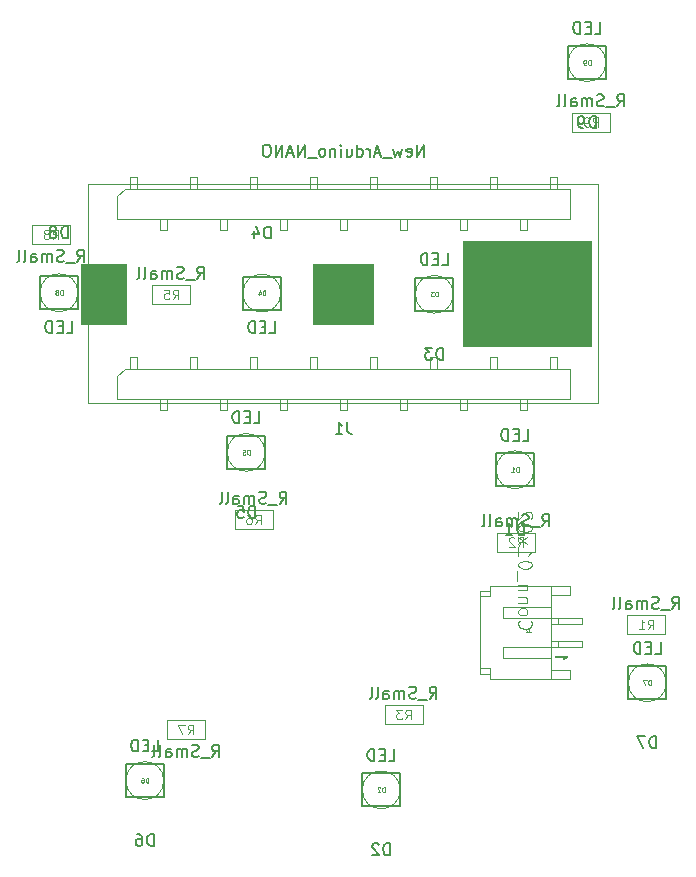
<source format=gbr>
G04 #@! TF.GenerationSoftware,KiCad,Pcbnew,5.1.5-52549c5~84~ubuntu18.04.1*
G04 #@! TF.CreationDate,2020-02-22T18:37:13-07:00*
G04 #@! TF.ProjectId,001,3030312e-6b69-4636-9164-5f7063625858,rev?*
G04 #@! TF.SameCoordinates,Original*
G04 #@! TF.FileFunction,Other,Fab,Bot*
%FSLAX46Y46*%
G04 Gerber Fmt 4.6, Leading zero omitted, Abs format (unit mm)*
G04 Created by KiCad (PCBNEW 5.1.5-52549c5~84~ubuntu18.04.1) date 2020-02-22 18:37:13*
%MOMM*%
%LPD*%
G04 APERTURE LIST*
%ADD10C,0.100000*%
%ADD11C,0.150000*%
%ADD12C,0.120000*%
%ADD13C,0.010000*%
%ADD14C,0.025000*%
%ADD15C,0.028956*%
%ADD16C,0.114000*%
G04 APERTURE END LIST*
D10*
X155168400Y-88468200D02*
G75*
G03X155168400Y-88468200I-1600000J0D01*
G01*
D11*
X151968200Y-87071200D02*
X155168200Y-87071200D01*
X155168200Y-89871200D02*
X155168200Y-87071200D01*
X151968200Y-89871200D02*
X151968200Y-87071200D01*
X151968200Y-89871200D02*
X155168200Y-89871200D01*
X140639800Y-116973000D02*
X143839800Y-116973000D01*
X140639800Y-116973000D02*
X140639800Y-114173000D01*
X143839800Y-116973000D02*
X143839800Y-114173000D01*
X140639800Y-114173000D02*
X143839800Y-114173000D01*
D10*
X143840000Y-115570000D02*
G75*
G03X143840000Y-115570000I-1600000J0D01*
G01*
X148335800Y-73609200D02*
G75*
G03X148335800Y-73609200I-1600000J0D01*
G01*
D11*
X145135600Y-72212200D02*
X148335600Y-72212200D01*
X148335600Y-75012200D02*
X148335600Y-72212200D01*
X145135600Y-75012200D02*
X145135600Y-72212200D01*
X145135600Y-75012200D02*
X148335600Y-75012200D01*
X133731000Y-72104600D02*
X130531000Y-72104600D01*
X133731000Y-72104600D02*
X133731000Y-74904600D01*
X130531000Y-72104600D02*
X130531000Y-74904600D01*
X133731000Y-74904600D02*
X130531000Y-74904600D01*
D10*
X133730800Y-73507600D02*
G75*
G03X133730800Y-73507600I-1600000J0D01*
G01*
X132410000Y-86995000D02*
G75*
G03X132410000Y-86995000I-1600000J0D01*
G01*
D11*
X129209800Y-85598000D02*
X132409800Y-85598000D01*
X132409800Y-88398000D02*
X132409800Y-85598000D01*
X129209800Y-88398000D02*
X129209800Y-85598000D01*
X129209800Y-88398000D02*
X132409800Y-88398000D01*
X120624600Y-116185600D02*
X123824600Y-116185600D01*
X120624600Y-116185600D02*
X120624600Y-113385600D01*
X123824600Y-116185600D02*
X123824600Y-113385600D01*
X120624600Y-113385600D02*
X123824600Y-113385600D01*
D10*
X123824800Y-114782600D02*
G75*
G03X123824800Y-114782600I-1600000J0D01*
G01*
D11*
X163169600Y-107905200D02*
X166369600Y-107905200D01*
X163169600Y-107905200D02*
X163169600Y-105105200D01*
X166369600Y-107905200D02*
X166369600Y-105105200D01*
X163169600Y-105105200D02*
X166369600Y-105105200D01*
D10*
X166369800Y-106502200D02*
G75*
G03X166369800Y-106502200I-1600000J0D01*
G01*
X116560400Y-73482200D02*
G75*
G03X116560400Y-73482200I-1600000J0D01*
G01*
D11*
X116560600Y-74879200D02*
X113360600Y-74879200D01*
X113360600Y-72079200D02*
X113360600Y-74879200D01*
X116560600Y-72079200D02*
X116560600Y-74879200D01*
X116560600Y-72079200D02*
X113360600Y-72079200D01*
X158064200Y-55403400D02*
X161264200Y-55403400D01*
X158064200Y-55403400D02*
X158064200Y-52603400D01*
X161264200Y-55403400D02*
X161264200Y-52603400D01*
X158064200Y-52603400D02*
X161264200Y-52603400D01*
D10*
X161264400Y-54000400D02*
G75*
G03X161264400Y-54000400I-1600000J0D01*
G01*
X166282500Y-100800000D02*
X163082500Y-100800000D01*
X166282500Y-102400000D02*
X166282500Y-100800000D01*
X163082500Y-102400000D02*
X166282500Y-102400000D01*
X163082500Y-100800000D02*
X163082500Y-102400000D01*
X155270000Y-93815000D02*
X152070000Y-93815000D01*
X155270000Y-95415000D02*
X155270000Y-93815000D01*
X152070000Y-95415000D02*
X155270000Y-95415000D01*
X152070000Y-93815000D02*
X152070000Y-95415000D01*
X142545000Y-108420000D02*
X142545000Y-110020000D01*
X142545000Y-110020000D02*
X145745000Y-110020000D01*
X145745000Y-110020000D02*
X145745000Y-108420000D01*
X145745000Y-108420000D02*
X142545000Y-108420000D01*
X153340000Y-74460000D02*
X156540000Y-74460000D01*
X153340000Y-72860000D02*
X153340000Y-74460000D01*
X156540000Y-72860000D02*
X153340000Y-72860000D01*
X156540000Y-74460000D02*
X156540000Y-72860000D01*
X122860000Y-72860000D02*
X122860000Y-74460000D01*
X122860000Y-74460000D02*
X126060000Y-74460000D01*
X126060000Y-74460000D02*
X126060000Y-72860000D01*
X126060000Y-72860000D02*
X122860000Y-72860000D01*
X133045000Y-91910000D02*
X129845000Y-91910000D01*
X133045000Y-93510000D02*
X133045000Y-91910000D01*
X129845000Y-93510000D02*
X133045000Y-93510000D01*
X129845000Y-91910000D02*
X129845000Y-93510000D01*
X127330000Y-111290000D02*
X127330000Y-109690000D01*
X127330000Y-109690000D02*
X124130000Y-109690000D01*
X124130000Y-109690000D02*
X124130000Y-111290000D01*
X124130000Y-111290000D02*
X127330000Y-111290000D01*
X112700000Y-69380000D02*
X115900000Y-69380000D01*
X112700000Y-67780000D02*
X112700000Y-69380000D01*
X115900000Y-67780000D02*
X112700000Y-67780000D01*
X115900000Y-69380000D02*
X115900000Y-67780000D01*
X158420000Y-58255000D02*
X158420000Y-59855000D01*
X158420000Y-59855000D02*
X161620000Y-59855000D01*
X161620000Y-59855000D02*
X161620000Y-58255000D01*
X161620000Y-58255000D02*
X158420000Y-58255000D01*
G36*
X159994600Y-69113400D02*
G01*
X149199600Y-69113400D01*
X149199600Y-78003400D01*
X159994600Y-78003400D01*
X159994600Y-69113400D01*
G37*
X159994600Y-69113400D02*
X149199600Y-69113400D01*
X149199600Y-78003400D01*
X159994600Y-78003400D01*
X159994600Y-69113400D01*
G36*
X141579600Y-71018400D02*
G01*
X136499600Y-71018400D01*
X136499600Y-76098400D01*
X141579600Y-76098400D01*
X141579600Y-71018400D01*
G37*
X141579600Y-71018400D02*
X136499600Y-71018400D01*
X136499600Y-76098400D01*
X141579600Y-76098400D01*
X141579600Y-71018400D01*
G36*
X120624600Y-71018400D02*
G01*
X116814600Y-71018400D01*
X116814600Y-76098400D01*
X120624600Y-76098400D01*
X120624600Y-71018400D01*
G37*
X120624600Y-71018400D02*
X116814600Y-71018400D01*
X116814600Y-76098400D01*
X120624600Y-76098400D01*
X120624600Y-71018400D01*
X119889600Y-65303400D02*
X119889600Y-67208400D01*
X119889600Y-67208400D02*
X158189600Y-67208400D01*
X158189600Y-67208400D02*
X158189600Y-64668400D01*
X158189600Y-64668400D02*
X120524600Y-64668400D01*
X120524600Y-64668400D02*
X119889600Y-65303400D01*
X120959600Y-63668400D02*
X120959600Y-64668400D01*
X121559600Y-64668400D02*
X121559600Y-63668400D01*
X121559600Y-63668400D02*
X120959600Y-63668400D01*
X123499600Y-67208400D02*
X123499600Y-68208400D01*
X123499600Y-68208400D02*
X124099600Y-68208400D01*
X124099600Y-68208400D02*
X124099600Y-67208400D01*
X126039600Y-63668400D02*
X126039600Y-64668400D01*
X126639600Y-64668400D02*
X126639600Y-63668400D01*
X126639600Y-63668400D02*
X126039600Y-63668400D01*
X128579600Y-67208400D02*
X128579600Y-68208400D01*
X128579600Y-68208400D02*
X129179600Y-68208400D01*
X129179600Y-68208400D02*
X129179600Y-67208400D01*
X131119600Y-63668400D02*
X131119600Y-64668400D01*
X131719600Y-64668400D02*
X131719600Y-63668400D01*
X131719600Y-63668400D02*
X131119600Y-63668400D01*
X133659600Y-67208400D02*
X133659600Y-68208400D01*
X133659600Y-68208400D02*
X134259600Y-68208400D01*
X134259600Y-68208400D02*
X134259600Y-67208400D01*
X136199600Y-63668400D02*
X136199600Y-64668400D01*
X136799600Y-64668400D02*
X136799600Y-63668400D01*
X136799600Y-63668400D02*
X136199600Y-63668400D01*
X138739600Y-67208400D02*
X138739600Y-68208400D01*
X138739600Y-68208400D02*
X139339600Y-68208400D01*
X139339600Y-68208400D02*
X139339600Y-67208400D01*
X141279600Y-63668400D02*
X141279600Y-64668400D01*
X141879600Y-64668400D02*
X141879600Y-63668400D01*
X141879600Y-63668400D02*
X141279600Y-63668400D01*
X143819600Y-67208400D02*
X143819600Y-68208400D01*
X143819600Y-68208400D02*
X144419600Y-68208400D01*
X144419600Y-68208400D02*
X144419600Y-67208400D01*
X146359600Y-63668400D02*
X146359600Y-64668400D01*
X146959600Y-64668400D02*
X146959600Y-63668400D01*
X146959600Y-63668400D02*
X146359600Y-63668400D01*
X148899600Y-67208400D02*
X148899600Y-68208400D01*
X148899600Y-68208400D02*
X149499600Y-68208400D01*
X149499600Y-68208400D02*
X149499600Y-67208400D01*
X151439600Y-63668400D02*
X151439600Y-64668400D01*
X152039600Y-64668400D02*
X152039600Y-63668400D01*
X152039600Y-63668400D02*
X151439600Y-63668400D01*
X153979600Y-67208400D02*
X153979600Y-68208400D01*
X153979600Y-68208400D02*
X154579600Y-68208400D01*
X154579600Y-68208400D02*
X154579600Y-67208400D01*
X156519600Y-63668400D02*
X156519600Y-64668400D01*
X157119600Y-64668400D02*
X157119600Y-63668400D01*
X157119600Y-63668400D02*
X156519600Y-63668400D01*
D12*
X117449600Y-64287400D02*
X117449600Y-82829400D01*
D10*
X158189600Y-82448400D02*
X158189600Y-79908400D01*
X123499600Y-83448400D02*
X124099600Y-83448400D01*
X131719600Y-79908400D02*
X131719600Y-78908400D01*
X151439600Y-78908400D02*
X151439600Y-79908400D01*
X138739600Y-83448400D02*
X139339600Y-83448400D01*
X121559600Y-78908400D02*
X120959600Y-78908400D01*
X126639600Y-78908400D02*
X126039600Y-78908400D01*
X119889600Y-82448400D02*
X158189600Y-82448400D01*
X128579600Y-83448400D02*
X129179600Y-83448400D01*
X152039600Y-78908400D02*
X151439600Y-78908400D01*
X153979600Y-82448400D02*
X153979600Y-83448400D01*
X134259600Y-83448400D02*
X134259600Y-82448400D01*
X123499600Y-82448400D02*
X123499600Y-83448400D01*
X121559600Y-79908400D02*
X121559600Y-78908400D01*
X143819600Y-83448400D02*
X144419600Y-83448400D01*
X120524600Y-79908400D02*
X119889600Y-80543400D01*
X129179600Y-83448400D02*
X129179600Y-82448400D01*
X141879600Y-79908400D02*
X141879600Y-78908400D01*
X141879600Y-78908400D02*
X141279600Y-78908400D01*
X144419600Y-83448400D02*
X144419600Y-82448400D01*
X126639600Y-79908400D02*
X126639600Y-78908400D01*
X158189600Y-79908400D02*
X120524600Y-79908400D01*
X141279600Y-78908400D02*
X141279600Y-79908400D01*
X156519600Y-78908400D02*
X156519600Y-79908400D01*
X157119600Y-79908400D02*
X157119600Y-78908400D01*
X148899600Y-82448400D02*
X148899600Y-83448400D01*
X148899600Y-83448400D02*
X149499600Y-83448400D01*
X139339600Y-83448400D02*
X139339600Y-82448400D01*
X136799600Y-78908400D02*
X136199600Y-78908400D01*
X157119600Y-78908400D02*
X156519600Y-78908400D01*
X136199600Y-78908400D02*
X136199600Y-79908400D01*
X119889600Y-80543400D02*
X119889600Y-82448400D01*
X146959600Y-79908400D02*
X146959600Y-78908400D01*
X120959600Y-78908400D02*
X120959600Y-79908400D01*
X136799600Y-79908400D02*
X136799600Y-78908400D01*
X152039600Y-79908400D02*
X152039600Y-78908400D01*
X128579600Y-82448400D02*
X128579600Y-83448400D01*
X146959600Y-78908400D02*
X146359600Y-78908400D01*
X133659600Y-82448400D02*
X133659600Y-83448400D01*
X126039600Y-78908400D02*
X126039600Y-79908400D01*
X153979600Y-83448400D02*
X154579600Y-83448400D01*
X154579600Y-83448400D02*
X154579600Y-82448400D01*
X143819600Y-82448400D02*
X143819600Y-83448400D01*
X149499600Y-83448400D02*
X149499600Y-82448400D01*
X133659600Y-83448400D02*
X134259600Y-83448400D01*
X138739600Y-82448400D02*
X138739600Y-83448400D01*
X131119600Y-78908400D02*
X131119600Y-79908400D01*
X131719600Y-78908400D02*
X131119600Y-78908400D01*
X124099600Y-83448400D02*
X124099600Y-82448400D01*
X146359600Y-78908400D02*
X146359600Y-79908400D01*
D12*
X160629600Y-64287400D02*
X117449600Y-64287400D01*
X160629600Y-82829400D02*
X117449600Y-82829400D01*
X160629600Y-64287400D02*
X160629600Y-82829400D01*
D13*
X152540000Y-100085000D02*
X156640000Y-100085000D01*
X156640000Y-100085000D02*
X156640000Y-100985000D01*
X156640000Y-100985000D02*
X152540000Y-100985000D01*
X152540000Y-100985000D02*
X152540000Y-100085000D01*
X152540000Y-103485000D02*
X156640000Y-103485000D01*
X156640000Y-103485000D02*
X156640000Y-104385000D01*
X156640000Y-104385000D02*
X152540000Y-104385000D01*
X152540000Y-104385000D02*
X152540000Y-103485000D01*
X156640000Y-100985000D02*
X159240000Y-100985000D01*
X159240000Y-100985000D02*
X159240000Y-101485000D01*
X159240000Y-101485000D02*
X156640000Y-101485000D01*
X156640000Y-101485000D02*
X156640000Y-100985000D01*
X156640000Y-100985000D02*
X157240000Y-100985000D01*
X157240000Y-100985000D02*
X157240000Y-101485000D01*
X157240000Y-101485000D02*
X156640000Y-101485000D01*
X156640000Y-101485000D02*
X156640000Y-100985000D01*
X156640000Y-102985000D02*
X159240000Y-102985000D01*
X159240000Y-102985000D02*
X159240000Y-103485000D01*
X159240000Y-103485000D02*
X156640000Y-103485000D01*
X156640000Y-103485000D02*
X156640000Y-102985000D01*
X156640000Y-102985000D02*
X157240000Y-102985000D01*
X157240000Y-102985000D02*
X157240000Y-103485000D01*
X157240000Y-103485000D02*
X156640000Y-103485000D01*
X156640000Y-103485000D02*
X156640000Y-102985000D01*
D14*
X150640000Y-98735000D02*
X151440000Y-98735000D01*
X151440000Y-98735000D02*
X151440000Y-99185000D01*
X151440000Y-99185000D02*
X150640000Y-99185000D01*
X150640000Y-99185000D02*
X150640000Y-98735000D01*
X150640000Y-105285000D02*
X151440000Y-105285000D01*
X151440000Y-105285000D02*
X151440000Y-105735000D01*
X151440000Y-105735000D02*
X150640000Y-105735000D01*
X150640000Y-105735000D02*
X150640000Y-105285000D01*
X151440000Y-98285000D02*
X151440000Y-98735000D01*
X151440000Y-98735000D02*
X150640000Y-98735000D01*
X150640000Y-98735000D02*
X150640000Y-105735000D01*
X150640000Y-105735000D02*
X151440000Y-105735000D01*
X151440000Y-105735000D02*
X151440000Y-106185000D01*
X151440000Y-106185000D02*
X158240000Y-106185000D01*
X158240000Y-106185000D02*
X158240000Y-105385000D01*
X158240000Y-105385000D02*
X156640000Y-105385000D01*
X156640000Y-105385000D02*
X156640000Y-99085000D01*
X156640000Y-99085000D02*
X158240000Y-99085000D01*
X158240000Y-99085000D02*
X158240000Y-98285000D01*
X158240000Y-98285000D02*
X151440000Y-98285000D01*
X151440000Y-98285000D02*
X151440000Y-98735000D01*
X151440000Y-98735000D02*
X150640000Y-98735000D01*
X150640000Y-98735000D02*
X150640000Y-105735000D01*
X150640000Y-105735000D02*
X151440000Y-105735000D01*
X151440000Y-105735000D02*
X151440000Y-106185000D01*
X151440000Y-106185000D02*
X156640000Y-106185000D01*
X156640000Y-106185000D02*
X156640000Y-98285000D01*
X156640000Y-98285000D02*
X151440000Y-98285000D01*
X156966000Y-104285000D02*
X156959000Y-104284000D01*
X156959000Y-104284000D02*
X156953000Y-104279000D01*
X156953000Y-104279000D02*
X156950000Y-104273000D01*
X156950000Y-104273000D02*
X156949000Y-104268000D01*
X156949000Y-104268000D02*
X156950000Y-104261000D01*
X156950000Y-104261000D02*
X156953000Y-104255000D01*
X156953000Y-104255000D02*
X156959000Y-104250000D01*
X156959000Y-104250000D02*
X156966000Y-104249000D01*
X156966000Y-104249000D02*
X157926000Y-104249000D01*
X157926000Y-104249000D02*
X157933000Y-104250000D01*
X157933000Y-104250000D02*
X157938000Y-104253000D01*
X157938000Y-104253000D02*
X157941000Y-104258000D01*
X157941000Y-104258000D02*
X157942000Y-104265000D01*
X157942000Y-104265000D02*
X157944000Y-104270000D01*
X157944000Y-104270000D02*
X157944000Y-104274000D01*
X157944000Y-104274000D02*
X157942000Y-104278000D01*
X157942000Y-104278000D02*
X157938000Y-104282000D01*
X157938000Y-104282000D02*
X157664000Y-104461000D01*
X157664000Y-104461000D02*
X157657000Y-104463000D01*
X157657000Y-104463000D02*
X157650000Y-104463000D01*
X157650000Y-104463000D02*
X157644000Y-104460000D01*
X157644000Y-104460000D02*
X157639000Y-104455000D01*
X157639000Y-104455000D02*
X157635000Y-104449000D01*
X157635000Y-104449000D02*
X157633000Y-104443000D01*
X157633000Y-104443000D02*
X157634000Y-104437000D01*
X157634000Y-104437000D02*
X157639000Y-104432000D01*
X157639000Y-104432000D02*
X157864000Y-104285000D01*
X157864000Y-104285000D02*
X156966000Y-104285000D01*
D11*
X154306495Y-94000580D02*
X154306495Y-93000580D01*
X154068400Y-93000580D01*
X153925542Y-93048200D01*
X153830304Y-93143438D01*
X153782685Y-93238676D01*
X153735066Y-93429152D01*
X153735066Y-93572009D01*
X153782685Y-93762485D01*
X153830304Y-93857723D01*
X153925542Y-93952961D01*
X154068400Y-94000580D01*
X154306495Y-94000580D01*
X152782685Y-94000580D02*
X153354114Y-94000580D01*
X153068400Y-94000580D02*
X153068400Y-93000580D01*
X153163638Y-93143438D01*
X153258876Y-93238676D01*
X153354114Y-93286295D01*
X154211257Y-85999580D02*
X154687447Y-85999580D01*
X154687447Y-84999580D01*
X153877923Y-85475771D02*
X153544590Y-85475771D01*
X153401733Y-85999580D02*
X153877923Y-85999580D01*
X153877923Y-84999580D01*
X153401733Y-84999580D01*
X152973161Y-85999580D02*
X152973161Y-84999580D01*
X152735066Y-84999580D01*
X152592209Y-85047200D01*
X152496971Y-85142438D01*
X152449352Y-85237676D01*
X152401733Y-85428152D01*
X152401733Y-85571009D01*
X152449352Y-85761485D01*
X152496971Y-85856723D01*
X152592209Y-85951961D01*
X152735066Y-85999580D01*
X152973161Y-85999580D01*
D10*
X153863638Y-88649152D02*
X153863638Y-88249152D01*
X153768400Y-88249152D01*
X153711257Y-88268200D01*
X153673161Y-88306295D01*
X153654114Y-88344390D01*
X153635066Y-88420580D01*
X153635066Y-88477723D01*
X153654114Y-88553914D01*
X153673161Y-88592009D01*
X153711257Y-88630104D01*
X153768400Y-88649152D01*
X153863638Y-88649152D01*
X153254114Y-88649152D02*
X153482685Y-88649152D01*
X153368400Y-88649152D02*
X153368400Y-88249152D01*
X153406495Y-88306295D01*
X153444590Y-88344390D01*
X153482685Y-88363438D01*
D11*
X142978095Y-121102380D02*
X142978095Y-120102380D01*
X142740000Y-120102380D01*
X142597142Y-120150000D01*
X142501904Y-120245238D01*
X142454285Y-120340476D01*
X142406666Y-120530952D01*
X142406666Y-120673809D01*
X142454285Y-120864285D01*
X142501904Y-120959523D01*
X142597142Y-121054761D01*
X142740000Y-121102380D01*
X142978095Y-121102380D01*
X142025714Y-120197619D02*
X141978095Y-120150000D01*
X141882857Y-120102380D01*
X141644761Y-120102380D01*
X141549523Y-120150000D01*
X141501904Y-120197619D01*
X141454285Y-120292857D01*
X141454285Y-120388095D01*
X141501904Y-120530952D01*
X142073333Y-121102380D01*
X141454285Y-121102380D01*
X142882857Y-113101380D02*
X143359047Y-113101380D01*
X143359047Y-112101380D01*
X142549523Y-112577571D02*
X142216190Y-112577571D01*
X142073333Y-113101380D02*
X142549523Y-113101380D01*
X142549523Y-112101380D01*
X142073333Y-112101380D01*
X141644761Y-113101380D02*
X141644761Y-112101380D01*
X141406666Y-112101380D01*
X141263809Y-112149000D01*
X141168571Y-112244238D01*
X141120952Y-112339476D01*
X141073333Y-112529952D01*
X141073333Y-112672809D01*
X141120952Y-112863285D01*
X141168571Y-112958523D01*
X141263809Y-113053761D01*
X141406666Y-113101380D01*
X141644761Y-113101380D01*
D10*
X142535238Y-115750952D02*
X142535238Y-115350952D01*
X142440000Y-115350952D01*
X142382857Y-115370000D01*
X142344761Y-115408095D01*
X142325714Y-115446190D01*
X142306666Y-115522380D01*
X142306666Y-115579523D01*
X142325714Y-115655714D01*
X142344761Y-115693809D01*
X142382857Y-115731904D01*
X142440000Y-115750952D01*
X142535238Y-115750952D01*
X142154285Y-115389047D02*
X142135238Y-115370000D01*
X142097142Y-115350952D01*
X142001904Y-115350952D01*
X141963809Y-115370000D01*
X141944761Y-115389047D01*
X141925714Y-115427142D01*
X141925714Y-115465238D01*
X141944761Y-115522380D01*
X142173333Y-115750952D01*
X141925714Y-115750952D01*
D11*
X147473895Y-79141580D02*
X147473895Y-78141580D01*
X147235800Y-78141580D01*
X147092942Y-78189200D01*
X146997704Y-78284438D01*
X146950085Y-78379676D01*
X146902466Y-78570152D01*
X146902466Y-78713009D01*
X146950085Y-78903485D01*
X146997704Y-78998723D01*
X147092942Y-79093961D01*
X147235800Y-79141580D01*
X147473895Y-79141580D01*
X146569133Y-78141580D02*
X145950085Y-78141580D01*
X146283419Y-78522533D01*
X146140561Y-78522533D01*
X146045323Y-78570152D01*
X145997704Y-78617771D01*
X145950085Y-78713009D01*
X145950085Y-78951104D01*
X145997704Y-79046342D01*
X146045323Y-79093961D01*
X146140561Y-79141580D01*
X146426276Y-79141580D01*
X146521514Y-79093961D01*
X146569133Y-79046342D01*
X147378657Y-71140580D02*
X147854847Y-71140580D01*
X147854847Y-70140580D01*
X147045323Y-70616771D02*
X146711990Y-70616771D01*
X146569133Y-71140580D02*
X147045323Y-71140580D01*
X147045323Y-70140580D01*
X146569133Y-70140580D01*
X146140561Y-71140580D02*
X146140561Y-70140580D01*
X145902466Y-70140580D01*
X145759609Y-70188200D01*
X145664371Y-70283438D01*
X145616752Y-70378676D01*
X145569133Y-70569152D01*
X145569133Y-70712009D01*
X145616752Y-70902485D01*
X145664371Y-70997723D01*
X145759609Y-71092961D01*
X145902466Y-71140580D01*
X146140561Y-71140580D01*
D10*
X147031038Y-73790152D02*
X147031038Y-73390152D01*
X146935800Y-73390152D01*
X146878657Y-73409200D01*
X146840561Y-73447295D01*
X146821514Y-73485390D01*
X146802466Y-73561580D01*
X146802466Y-73618723D01*
X146821514Y-73694914D01*
X146840561Y-73733009D01*
X146878657Y-73771104D01*
X146935800Y-73790152D01*
X147031038Y-73790152D01*
X146669133Y-73390152D02*
X146421514Y-73390152D01*
X146554847Y-73542533D01*
X146497704Y-73542533D01*
X146459609Y-73561580D01*
X146440561Y-73580628D01*
X146421514Y-73618723D01*
X146421514Y-73713961D01*
X146440561Y-73752057D01*
X146459609Y-73771104D01*
X146497704Y-73790152D01*
X146611990Y-73790152D01*
X146650085Y-73771104D01*
X146669133Y-73752057D01*
D11*
X132868895Y-68879980D02*
X132868895Y-67879980D01*
X132630800Y-67879980D01*
X132487942Y-67927600D01*
X132392704Y-68022838D01*
X132345085Y-68118076D01*
X132297466Y-68308552D01*
X132297466Y-68451409D01*
X132345085Y-68641885D01*
X132392704Y-68737123D01*
X132487942Y-68832361D01*
X132630800Y-68879980D01*
X132868895Y-68879980D01*
X131440323Y-68213314D02*
X131440323Y-68879980D01*
X131678419Y-67832361D02*
X131916514Y-68546647D01*
X131297466Y-68546647D01*
X132773657Y-76880980D02*
X133249847Y-76880980D01*
X133249847Y-75880980D01*
X132440323Y-76357171D02*
X132106990Y-76357171D01*
X131964133Y-76880980D02*
X132440323Y-76880980D01*
X132440323Y-75880980D01*
X131964133Y-75880980D01*
X131535561Y-76880980D02*
X131535561Y-75880980D01*
X131297466Y-75880980D01*
X131154609Y-75928600D01*
X131059371Y-76023838D01*
X131011752Y-76119076D01*
X130964133Y-76309552D01*
X130964133Y-76452409D01*
X131011752Y-76642885D01*
X131059371Y-76738123D01*
X131154609Y-76833361D01*
X131297466Y-76880980D01*
X131535561Y-76880980D01*
D10*
X132426038Y-73688552D02*
X132426038Y-73288552D01*
X132330800Y-73288552D01*
X132273657Y-73307600D01*
X132235561Y-73345695D01*
X132216514Y-73383790D01*
X132197466Y-73459980D01*
X132197466Y-73517123D01*
X132216514Y-73593314D01*
X132235561Y-73631409D01*
X132273657Y-73669504D01*
X132330800Y-73688552D01*
X132426038Y-73688552D01*
X131854609Y-73421885D02*
X131854609Y-73688552D01*
X131949847Y-73269504D02*
X132045085Y-73555219D01*
X131797466Y-73555219D01*
D11*
X131548095Y-92527380D02*
X131548095Y-91527380D01*
X131310000Y-91527380D01*
X131167142Y-91575000D01*
X131071904Y-91670238D01*
X131024285Y-91765476D01*
X130976666Y-91955952D01*
X130976666Y-92098809D01*
X131024285Y-92289285D01*
X131071904Y-92384523D01*
X131167142Y-92479761D01*
X131310000Y-92527380D01*
X131548095Y-92527380D01*
X130071904Y-91527380D02*
X130548095Y-91527380D01*
X130595714Y-92003571D01*
X130548095Y-91955952D01*
X130452857Y-91908333D01*
X130214761Y-91908333D01*
X130119523Y-91955952D01*
X130071904Y-92003571D01*
X130024285Y-92098809D01*
X130024285Y-92336904D01*
X130071904Y-92432142D01*
X130119523Y-92479761D01*
X130214761Y-92527380D01*
X130452857Y-92527380D01*
X130548095Y-92479761D01*
X130595714Y-92432142D01*
X131452857Y-84526380D02*
X131929047Y-84526380D01*
X131929047Y-83526380D01*
X131119523Y-84002571D02*
X130786190Y-84002571D01*
X130643333Y-84526380D02*
X131119523Y-84526380D01*
X131119523Y-83526380D01*
X130643333Y-83526380D01*
X130214761Y-84526380D02*
X130214761Y-83526380D01*
X129976666Y-83526380D01*
X129833809Y-83574000D01*
X129738571Y-83669238D01*
X129690952Y-83764476D01*
X129643333Y-83954952D01*
X129643333Y-84097809D01*
X129690952Y-84288285D01*
X129738571Y-84383523D01*
X129833809Y-84478761D01*
X129976666Y-84526380D01*
X130214761Y-84526380D01*
D10*
X131105238Y-87175952D02*
X131105238Y-86775952D01*
X131010000Y-86775952D01*
X130952857Y-86795000D01*
X130914761Y-86833095D01*
X130895714Y-86871190D01*
X130876666Y-86947380D01*
X130876666Y-87004523D01*
X130895714Y-87080714D01*
X130914761Y-87118809D01*
X130952857Y-87156904D01*
X131010000Y-87175952D01*
X131105238Y-87175952D01*
X130514761Y-86775952D02*
X130705238Y-86775952D01*
X130724285Y-86966428D01*
X130705238Y-86947380D01*
X130667142Y-86928333D01*
X130571904Y-86928333D01*
X130533809Y-86947380D01*
X130514761Y-86966428D01*
X130495714Y-87004523D01*
X130495714Y-87099761D01*
X130514761Y-87137857D01*
X130533809Y-87156904D01*
X130571904Y-87175952D01*
X130667142Y-87175952D01*
X130705238Y-87156904D01*
X130724285Y-87137857D01*
D11*
X122962895Y-120314980D02*
X122962895Y-119314980D01*
X122724800Y-119314980D01*
X122581942Y-119362600D01*
X122486704Y-119457838D01*
X122439085Y-119553076D01*
X122391466Y-119743552D01*
X122391466Y-119886409D01*
X122439085Y-120076885D01*
X122486704Y-120172123D01*
X122581942Y-120267361D01*
X122724800Y-120314980D01*
X122962895Y-120314980D01*
X121534323Y-119314980D02*
X121724800Y-119314980D01*
X121820038Y-119362600D01*
X121867657Y-119410219D01*
X121962895Y-119553076D01*
X122010514Y-119743552D01*
X122010514Y-120124504D01*
X121962895Y-120219742D01*
X121915276Y-120267361D01*
X121820038Y-120314980D01*
X121629561Y-120314980D01*
X121534323Y-120267361D01*
X121486704Y-120219742D01*
X121439085Y-120124504D01*
X121439085Y-119886409D01*
X121486704Y-119791171D01*
X121534323Y-119743552D01*
X121629561Y-119695933D01*
X121820038Y-119695933D01*
X121915276Y-119743552D01*
X121962895Y-119791171D01*
X122010514Y-119886409D01*
X122867657Y-112313980D02*
X123343847Y-112313980D01*
X123343847Y-111313980D01*
X122534323Y-111790171D02*
X122200990Y-111790171D01*
X122058133Y-112313980D02*
X122534323Y-112313980D01*
X122534323Y-111313980D01*
X122058133Y-111313980D01*
X121629561Y-112313980D02*
X121629561Y-111313980D01*
X121391466Y-111313980D01*
X121248609Y-111361600D01*
X121153371Y-111456838D01*
X121105752Y-111552076D01*
X121058133Y-111742552D01*
X121058133Y-111885409D01*
X121105752Y-112075885D01*
X121153371Y-112171123D01*
X121248609Y-112266361D01*
X121391466Y-112313980D01*
X121629561Y-112313980D01*
D10*
X122520038Y-114963552D02*
X122520038Y-114563552D01*
X122424800Y-114563552D01*
X122367657Y-114582600D01*
X122329561Y-114620695D01*
X122310514Y-114658790D01*
X122291466Y-114734980D01*
X122291466Y-114792123D01*
X122310514Y-114868314D01*
X122329561Y-114906409D01*
X122367657Y-114944504D01*
X122424800Y-114963552D01*
X122520038Y-114963552D01*
X121948609Y-114563552D02*
X122024800Y-114563552D01*
X122062895Y-114582600D01*
X122081942Y-114601647D01*
X122120038Y-114658790D01*
X122139085Y-114734980D01*
X122139085Y-114887361D01*
X122120038Y-114925457D01*
X122100990Y-114944504D01*
X122062895Y-114963552D01*
X121986704Y-114963552D01*
X121948609Y-114944504D01*
X121929561Y-114925457D01*
X121910514Y-114887361D01*
X121910514Y-114792123D01*
X121929561Y-114754028D01*
X121948609Y-114734980D01*
X121986704Y-114715933D01*
X122062895Y-114715933D01*
X122100990Y-114734980D01*
X122120038Y-114754028D01*
X122139085Y-114792123D01*
D11*
X165507895Y-112034580D02*
X165507895Y-111034580D01*
X165269800Y-111034580D01*
X165126942Y-111082200D01*
X165031704Y-111177438D01*
X164984085Y-111272676D01*
X164936466Y-111463152D01*
X164936466Y-111606009D01*
X164984085Y-111796485D01*
X165031704Y-111891723D01*
X165126942Y-111986961D01*
X165269800Y-112034580D01*
X165507895Y-112034580D01*
X164603133Y-111034580D02*
X163936466Y-111034580D01*
X164365038Y-112034580D01*
X165412657Y-104033580D02*
X165888847Y-104033580D01*
X165888847Y-103033580D01*
X165079323Y-103509771D02*
X164745990Y-103509771D01*
X164603133Y-104033580D02*
X165079323Y-104033580D01*
X165079323Y-103033580D01*
X164603133Y-103033580D01*
X164174561Y-104033580D02*
X164174561Y-103033580D01*
X163936466Y-103033580D01*
X163793609Y-103081200D01*
X163698371Y-103176438D01*
X163650752Y-103271676D01*
X163603133Y-103462152D01*
X163603133Y-103605009D01*
X163650752Y-103795485D01*
X163698371Y-103890723D01*
X163793609Y-103985961D01*
X163936466Y-104033580D01*
X164174561Y-104033580D01*
D10*
X165065038Y-106683152D02*
X165065038Y-106283152D01*
X164969800Y-106283152D01*
X164912657Y-106302200D01*
X164874561Y-106340295D01*
X164855514Y-106378390D01*
X164836466Y-106454580D01*
X164836466Y-106511723D01*
X164855514Y-106587914D01*
X164874561Y-106626009D01*
X164912657Y-106664104D01*
X164969800Y-106683152D01*
X165065038Y-106683152D01*
X164703133Y-106283152D02*
X164436466Y-106283152D01*
X164607895Y-106683152D01*
D11*
X115698495Y-68854580D02*
X115698495Y-67854580D01*
X115460400Y-67854580D01*
X115317542Y-67902200D01*
X115222304Y-67997438D01*
X115174685Y-68092676D01*
X115127066Y-68283152D01*
X115127066Y-68426009D01*
X115174685Y-68616485D01*
X115222304Y-68711723D01*
X115317542Y-68806961D01*
X115460400Y-68854580D01*
X115698495Y-68854580D01*
X114555638Y-68283152D02*
X114650876Y-68235533D01*
X114698495Y-68187914D01*
X114746114Y-68092676D01*
X114746114Y-68045057D01*
X114698495Y-67949819D01*
X114650876Y-67902200D01*
X114555638Y-67854580D01*
X114365161Y-67854580D01*
X114269923Y-67902200D01*
X114222304Y-67949819D01*
X114174685Y-68045057D01*
X114174685Y-68092676D01*
X114222304Y-68187914D01*
X114269923Y-68235533D01*
X114365161Y-68283152D01*
X114555638Y-68283152D01*
X114650876Y-68330771D01*
X114698495Y-68378390D01*
X114746114Y-68473628D01*
X114746114Y-68664104D01*
X114698495Y-68759342D01*
X114650876Y-68806961D01*
X114555638Y-68854580D01*
X114365161Y-68854580D01*
X114269923Y-68806961D01*
X114222304Y-68759342D01*
X114174685Y-68664104D01*
X114174685Y-68473628D01*
X114222304Y-68378390D01*
X114269923Y-68330771D01*
X114365161Y-68283152D01*
X115603257Y-76855580D02*
X116079447Y-76855580D01*
X116079447Y-75855580D01*
X115269923Y-76331771D02*
X114936590Y-76331771D01*
X114793733Y-76855580D02*
X115269923Y-76855580D01*
X115269923Y-75855580D01*
X114793733Y-75855580D01*
X114365161Y-76855580D02*
X114365161Y-75855580D01*
X114127066Y-75855580D01*
X113984209Y-75903200D01*
X113888971Y-75998438D01*
X113841352Y-76093676D01*
X113793733Y-76284152D01*
X113793733Y-76427009D01*
X113841352Y-76617485D01*
X113888971Y-76712723D01*
X113984209Y-76807961D01*
X114127066Y-76855580D01*
X114365161Y-76855580D01*
D10*
X115255638Y-73663152D02*
X115255638Y-73263152D01*
X115160400Y-73263152D01*
X115103257Y-73282200D01*
X115065161Y-73320295D01*
X115046114Y-73358390D01*
X115027066Y-73434580D01*
X115027066Y-73491723D01*
X115046114Y-73567914D01*
X115065161Y-73606009D01*
X115103257Y-73644104D01*
X115160400Y-73663152D01*
X115255638Y-73663152D01*
X114798495Y-73434580D02*
X114836590Y-73415533D01*
X114855638Y-73396485D01*
X114874685Y-73358390D01*
X114874685Y-73339342D01*
X114855638Y-73301247D01*
X114836590Y-73282200D01*
X114798495Y-73263152D01*
X114722304Y-73263152D01*
X114684209Y-73282200D01*
X114665161Y-73301247D01*
X114646114Y-73339342D01*
X114646114Y-73358390D01*
X114665161Y-73396485D01*
X114684209Y-73415533D01*
X114722304Y-73434580D01*
X114798495Y-73434580D01*
X114836590Y-73453628D01*
X114855638Y-73472676D01*
X114874685Y-73510771D01*
X114874685Y-73586961D01*
X114855638Y-73625057D01*
X114836590Y-73644104D01*
X114798495Y-73663152D01*
X114722304Y-73663152D01*
X114684209Y-73644104D01*
X114665161Y-73625057D01*
X114646114Y-73586961D01*
X114646114Y-73510771D01*
X114665161Y-73472676D01*
X114684209Y-73453628D01*
X114722304Y-73434580D01*
D11*
X160402495Y-59532780D02*
X160402495Y-58532780D01*
X160164400Y-58532780D01*
X160021542Y-58580400D01*
X159926304Y-58675638D01*
X159878685Y-58770876D01*
X159831066Y-58961352D01*
X159831066Y-59104209D01*
X159878685Y-59294685D01*
X159926304Y-59389923D01*
X160021542Y-59485161D01*
X160164400Y-59532780D01*
X160402495Y-59532780D01*
X159354876Y-59532780D02*
X159164400Y-59532780D01*
X159069161Y-59485161D01*
X159021542Y-59437542D01*
X158926304Y-59294685D01*
X158878685Y-59104209D01*
X158878685Y-58723257D01*
X158926304Y-58628019D01*
X158973923Y-58580400D01*
X159069161Y-58532780D01*
X159259638Y-58532780D01*
X159354876Y-58580400D01*
X159402495Y-58628019D01*
X159450114Y-58723257D01*
X159450114Y-58961352D01*
X159402495Y-59056590D01*
X159354876Y-59104209D01*
X159259638Y-59151828D01*
X159069161Y-59151828D01*
X158973923Y-59104209D01*
X158926304Y-59056590D01*
X158878685Y-58961352D01*
X160307257Y-51531780D02*
X160783447Y-51531780D01*
X160783447Y-50531780D01*
X159973923Y-51007971D02*
X159640590Y-51007971D01*
X159497733Y-51531780D02*
X159973923Y-51531780D01*
X159973923Y-50531780D01*
X159497733Y-50531780D01*
X159069161Y-51531780D02*
X159069161Y-50531780D01*
X158831066Y-50531780D01*
X158688209Y-50579400D01*
X158592971Y-50674638D01*
X158545352Y-50769876D01*
X158497733Y-50960352D01*
X158497733Y-51103209D01*
X158545352Y-51293685D01*
X158592971Y-51388923D01*
X158688209Y-51484161D01*
X158831066Y-51531780D01*
X159069161Y-51531780D01*
D10*
X159959638Y-54181352D02*
X159959638Y-53781352D01*
X159864400Y-53781352D01*
X159807257Y-53800400D01*
X159769161Y-53838495D01*
X159750114Y-53876590D01*
X159731066Y-53952780D01*
X159731066Y-54009923D01*
X159750114Y-54086114D01*
X159769161Y-54124209D01*
X159807257Y-54162304D01*
X159864400Y-54181352D01*
X159959638Y-54181352D01*
X159540590Y-54181352D02*
X159464400Y-54181352D01*
X159426304Y-54162304D01*
X159407257Y-54143257D01*
X159369161Y-54086114D01*
X159350114Y-54009923D01*
X159350114Y-53857542D01*
X159369161Y-53819447D01*
X159388209Y-53800400D01*
X159426304Y-53781352D01*
X159502495Y-53781352D01*
X159540590Y-53800400D01*
X159559638Y-53819447D01*
X159578685Y-53857542D01*
X159578685Y-53952780D01*
X159559638Y-53990876D01*
X159540590Y-54009923D01*
X159502495Y-54028971D01*
X159426304Y-54028971D01*
X159388209Y-54009923D01*
X159369161Y-53990876D01*
X159350114Y-53952780D01*
D11*
X166872976Y-100232380D02*
X167206309Y-99756190D01*
X167444404Y-100232380D02*
X167444404Y-99232380D01*
X167063452Y-99232380D01*
X166968214Y-99280000D01*
X166920595Y-99327619D01*
X166872976Y-99422857D01*
X166872976Y-99565714D01*
X166920595Y-99660952D01*
X166968214Y-99708571D01*
X167063452Y-99756190D01*
X167444404Y-99756190D01*
X166682500Y-100327619D02*
X165920595Y-100327619D01*
X165730119Y-100184761D02*
X165587261Y-100232380D01*
X165349166Y-100232380D01*
X165253928Y-100184761D01*
X165206309Y-100137142D01*
X165158690Y-100041904D01*
X165158690Y-99946666D01*
X165206309Y-99851428D01*
X165253928Y-99803809D01*
X165349166Y-99756190D01*
X165539642Y-99708571D01*
X165634880Y-99660952D01*
X165682500Y-99613333D01*
X165730119Y-99518095D01*
X165730119Y-99422857D01*
X165682500Y-99327619D01*
X165634880Y-99280000D01*
X165539642Y-99232380D01*
X165301547Y-99232380D01*
X165158690Y-99280000D01*
X164730119Y-100232380D02*
X164730119Y-99565714D01*
X164730119Y-99660952D02*
X164682500Y-99613333D01*
X164587261Y-99565714D01*
X164444404Y-99565714D01*
X164349166Y-99613333D01*
X164301547Y-99708571D01*
X164301547Y-100232380D01*
X164301547Y-99708571D02*
X164253928Y-99613333D01*
X164158690Y-99565714D01*
X164015833Y-99565714D01*
X163920595Y-99613333D01*
X163872976Y-99708571D01*
X163872976Y-100232380D01*
X162968214Y-100232380D02*
X162968214Y-99708571D01*
X163015833Y-99613333D01*
X163111071Y-99565714D01*
X163301547Y-99565714D01*
X163396785Y-99613333D01*
X162968214Y-100184761D02*
X163063452Y-100232380D01*
X163301547Y-100232380D01*
X163396785Y-100184761D01*
X163444404Y-100089523D01*
X163444404Y-99994285D01*
X163396785Y-99899047D01*
X163301547Y-99851428D01*
X163063452Y-99851428D01*
X162968214Y-99803809D01*
X162349166Y-100232380D02*
X162444404Y-100184761D01*
X162492023Y-100089523D01*
X162492023Y-99232380D01*
X161825357Y-100232380D02*
X161920595Y-100184761D01*
X161968214Y-100089523D01*
X161968214Y-99232380D01*
D12*
X164815833Y-101961904D02*
X165082500Y-101580952D01*
X165272976Y-101961904D02*
X165272976Y-101161904D01*
X164968214Y-101161904D01*
X164892023Y-101200000D01*
X164853928Y-101238095D01*
X164815833Y-101314285D01*
X164815833Y-101428571D01*
X164853928Y-101504761D01*
X164892023Y-101542857D01*
X164968214Y-101580952D01*
X165272976Y-101580952D01*
X164053928Y-101961904D02*
X164511071Y-101961904D01*
X164282500Y-101961904D02*
X164282500Y-101161904D01*
X164358690Y-101276190D01*
X164434880Y-101352380D01*
X164511071Y-101390476D01*
D11*
X155860476Y-93247380D02*
X156193809Y-92771190D01*
X156431904Y-93247380D02*
X156431904Y-92247380D01*
X156050952Y-92247380D01*
X155955714Y-92295000D01*
X155908095Y-92342619D01*
X155860476Y-92437857D01*
X155860476Y-92580714D01*
X155908095Y-92675952D01*
X155955714Y-92723571D01*
X156050952Y-92771190D01*
X156431904Y-92771190D01*
X155670000Y-93342619D02*
X154908095Y-93342619D01*
X154717619Y-93199761D02*
X154574761Y-93247380D01*
X154336666Y-93247380D01*
X154241428Y-93199761D01*
X154193809Y-93152142D01*
X154146190Y-93056904D01*
X154146190Y-92961666D01*
X154193809Y-92866428D01*
X154241428Y-92818809D01*
X154336666Y-92771190D01*
X154527142Y-92723571D01*
X154622380Y-92675952D01*
X154670000Y-92628333D01*
X154717619Y-92533095D01*
X154717619Y-92437857D01*
X154670000Y-92342619D01*
X154622380Y-92295000D01*
X154527142Y-92247380D01*
X154289047Y-92247380D01*
X154146190Y-92295000D01*
X153717619Y-93247380D02*
X153717619Y-92580714D01*
X153717619Y-92675952D02*
X153670000Y-92628333D01*
X153574761Y-92580714D01*
X153431904Y-92580714D01*
X153336666Y-92628333D01*
X153289047Y-92723571D01*
X153289047Y-93247380D01*
X153289047Y-92723571D02*
X153241428Y-92628333D01*
X153146190Y-92580714D01*
X153003333Y-92580714D01*
X152908095Y-92628333D01*
X152860476Y-92723571D01*
X152860476Y-93247380D01*
X151955714Y-93247380D02*
X151955714Y-92723571D01*
X152003333Y-92628333D01*
X152098571Y-92580714D01*
X152289047Y-92580714D01*
X152384285Y-92628333D01*
X151955714Y-93199761D02*
X152050952Y-93247380D01*
X152289047Y-93247380D01*
X152384285Y-93199761D01*
X152431904Y-93104523D01*
X152431904Y-93009285D01*
X152384285Y-92914047D01*
X152289047Y-92866428D01*
X152050952Y-92866428D01*
X151955714Y-92818809D01*
X151336666Y-93247380D02*
X151431904Y-93199761D01*
X151479523Y-93104523D01*
X151479523Y-92247380D01*
X150812857Y-93247380D02*
X150908095Y-93199761D01*
X150955714Y-93104523D01*
X150955714Y-92247380D01*
D12*
X153803333Y-94976904D02*
X154070000Y-94595952D01*
X154260476Y-94976904D02*
X154260476Y-94176904D01*
X153955714Y-94176904D01*
X153879523Y-94215000D01*
X153841428Y-94253095D01*
X153803333Y-94329285D01*
X153803333Y-94443571D01*
X153841428Y-94519761D01*
X153879523Y-94557857D01*
X153955714Y-94595952D01*
X154260476Y-94595952D01*
X153498571Y-94253095D02*
X153460476Y-94215000D01*
X153384285Y-94176904D01*
X153193809Y-94176904D01*
X153117619Y-94215000D01*
X153079523Y-94253095D01*
X153041428Y-94329285D01*
X153041428Y-94405476D01*
X153079523Y-94519761D01*
X153536666Y-94976904D01*
X153041428Y-94976904D01*
D11*
X146335476Y-107852380D02*
X146668809Y-107376190D01*
X146906904Y-107852380D02*
X146906904Y-106852380D01*
X146525952Y-106852380D01*
X146430714Y-106900000D01*
X146383095Y-106947619D01*
X146335476Y-107042857D01*
X146335476Y-107185714D01*
X146383095Y-107280952D01*
X146430714Y-107328571D01*
X146525952Y-107376190D01*
X146906904Y-107376190D01*
X146145000Y-107947619D02*
X145383095Y-107947619D01*
X145192619Y-107804761D02*
X145049761Y-107852380D01*
X144811666Y-107852380D01*
X144716428Y-107804761D01*
X144668809Y-107757142D01*
X144621190Y-107661904D01*
X144621190Y-107566666D01*
X144668809Y-107471428D01*
X144716428Y-107423809D01*
X144811666Y-107376190D01*
X145002142Y-107328571D01*
X145097380Y-107280952D01*
X145145000Y-107233333D01*
X145192619Y-107138095D01*
X145192619Y-107042857D01*
X145145000Y-106947619D01*
X145097380Y-106900000D01*
X145002142Y-106852380D01*
X144764047Y-106852380D01*
X144621190Y-106900000D01*
X144192619Y-107852380D02*
X144192619Y-107185714D01*
X144192619Y-107280952D02*
X144145000Y-107233333D01*
X144049761Y-107185714D01*
X143906904Y-107185714D01*
X143811666Y-107233333D01*
X143764047Y-107328571D01*
X143764047Y-107852380D01*
X143764047Y-107328571D02*
X143716428Y-107233333D01*
X143621190Y-107185714D01*
X143478333Y-107185714D01*
X143383095Y-107233333D01*
X143335476Y-107328571D01*
X143335476Y-107852380D01*
X142430714Y-107852380D02*
X142430714Y-107328571D01*
X142478333Y-107233333D01*
X142573571Y-107185714D01*
X142764047Y-107185714D01*
X142859285Y-107233333D01*
X142430714Y-107804761D02*
X142525952Y-107852380D01*
X142764047Y-107852380D01*
X142859285Y-107804761D01*
X142906904Y-107709523D01*
X142906904Y-107614285D01*
X142859285Y-107519047D01*
X142764047Y-107471428D01*
X142525952Y-107471428D01*
X142430714Y-107423809D01*
X141811666Y-107852380D02*
X141906904Y-107804761D01*
X141954523Y-107709523D01*
X141954523Y-106852380D01*
X141287857Y-107852380D02*
X141383095Y-107804761D01*
X141430714Y-107709523D01*
X141430714Y-106852380D01*
D12*
X144278333Y-109581904D02*
X144545000Y-109200952D01*
X144735476Y-109581904D02*
X144735476Y-108781904D01*
X144430714Y-108781904D01*
X144354523Y-108820000D01*
X144316428Y-108858095D01*
X144278333Y-108934285D01*
X144278333Y-109048571D01*
X144316428Y-109124761D01*
X144354523Y-109162857D01*
X144430714Y-109200952D01*
X144735476Y-109200952D01*
X144011666Y-108781904D02*
X143516428Y-108781904D01*
X143783095Y-109086666D01*
X143668809Y-109086666D01*
X143592619Y-109124761D01*
X143554523Y-109162857D01*
X143516428Y-109239047D01*
X143516428Y-109429523D01*
X143554523Y-109505714D01*
X143592619Y-109543809D01*
X143668809Y-109581904D01*
X143897380Y-109581904D01*
X143973571Y-109543809D01*
X144011666Y-109505714D01*
D11*
X157130476Y-75932380D02*
X157463809Y-75456190D01*
X157701904Y-75932380D02*
X157701904Y-74932380D01*
X157320952Y-74932380D01*
X157225714Y-74980000D01*
X157178095Y-75027619D01*
X157130476Y-75122857D01*
X157130476Y-75265714D01*
X157178095Y-75360952D01*
X157225714Y-75408571D01*
X157320952Y-75456190D01*
X157701904Y-75456190D01*
X156940000Y-76027619D02*
X156178095Y-76027619D01*
X155987619Y-75884761D02*
X155844761Y-75932380D01*
X155606666Y-75932380D01*
X155511428Y-75884761D01*
X155463809Y-75837142D01*
X155416190Y-75741904D01*
X155416190Y-75646666D01*
X155463809Y-75551428D01*
X155511428Y-75503809D01*
X155606666Y-75456190D01*
X155797142Y-75408571D01*
X155892380Y-75360952D01*
X155940000Y-75313333D01*
X155987619Y-75218095D01*
X155987619Y-75122857D01*
X155940000Y-75027619D01*
X155892380Y-74980000D01*
X155797142Y-74932380D01*
X155559047Y-74932380D01*
X155416190Y-74980000D01*
X154987619Y-75932380D02*
X154987619Y-75265714D01*
X154987619Y-75360952D02*
X154940000Y-75313333D01*
X154844761Y-75265714D01*
X154701904Y-75265714D01*
X154606666Y-75313333D01*
X154559047Y-75408571D01*
X154559047Y-75932380D01*
X154559047Y-75408571D02*
X154511428Y-75313333D01*
X154416190Y-75265714D01*
X154273333Y-75265714D01*
X154178095Y-75313333D01*
X154130476Y-75408571D01*
X154130476Y-75932380D01*
X153225714Y-75932380D02*
X153225714Y-75408571D01*
X153273333Y-75313333D01*
X153368571Y-75265714D01*
X153559047Y-75265714D01*
X153654285Y-75313333D01*
X153225714Y-75884761D02*
X153320952Y-75932380D01*
X153559047Y-75932380D01*
X153654285Y-75884761D01*
X153701904Y-75789523D01*
X153701904Y-75694285D01*
X153654285Y-75599047D01*
X153559047Y-75551428D01*
X153320952Y-75551428D01*
X153225714Y-75503809D01*
X152606666Y-75932380D02*
X152701904Y-75884761D01*
X152749523Y-75789523D01*
X152749523Y-74932380D01*
X152082857Y-75932380D02*
X152178095Y-75884761D01*
X152225714Y-75789523D01*
X152225714Y-74932380D01*
D12*
X155073333Y-74021904D02*
X155340000Y-73640952D01*
X155530476Y-74021904D02*
X155530476Y-73221904D01*
X155225714Y-73221904D01*
X155149523Y-73260000D01*
X155111428Y-73298095D01*
X155073333Y-73374285D01*
X155073333Y-73488571D01*
X155111428Y-73564761D01*
X155149523Y-73602857D01*
X155225714Y-73640952D01*
X155530476Y-73640952D01*
X154387619Y-73488571D02*
X154387619Y-74021904D01*
X154578095Y-73183809D02*
X154768571Y-73755238D01*
X154273333Y-73755238D01*
D11*
X126650476Y-72292380D02*
X126983809Y-71816190D01*
X127221904Y-72292380D02*
X127221904Y-71292380D01*
X126840952Y-71292380D01*
X126745714Y-71340000D01*
X126698095Y-71387619D01*
X126650476Y-71482857D01*
X126650476Y-71625714D01*
X126698095Y-71720952D01*
X126745714Y-71768571D01*
X126840952Y-71816190D01*
X127221904Y-71816190D01*
X126460000Y-72387619D02*
X125698095Y-72387619D01*
X125507619Y-72244761D02*
X125364761Y-72292380D01*
X125126666Y-72292380D01*
X125031428Y-72244761D01*
X124983809Y-72197142D01*
X124936190Y-72101904D01*
X124936190Y-72006666D01*
X124983809Y-71911428D01*
X125031428Y-71863809D01*
X125126666Y-71816190D01*
X125317142Y-71768571D01*
X125412380Y-71720952D01*
X125460000Y-71673333D01*
X125507619Y-71578095D01*
X125507619Y-71482857D01*
X125460000Y-71387619D01*
X125412380Y-71340000D01*
X125317142Y-71292380D01*
X125079047Y-71292380D01*
X124936190Y-71340000D01*
X124507619Y-72292380D02*
X124507619Y-71625714D01*
X124507619Y-71720952D02*
X124460000Y-71673333D01*
X124364761Y-71625714D01*
X124221904Y-71625714D01*
X124126666Y-71673333D01*
X124079047Y-71768571D01*
X124079047Y-72292380D01*
X124079047Y-71768571D02*
X124031428Y-71673333D01*
X123936190Y-71625714D01*
X123793333Y-71625714D01*
X123698095Y-71673333D01*
X123650476Y-71768571D01*
X123650476Y-72292380D01*
X122745714Y-72292380D02*
X122745714Y-71768571D01*
X122793333Y-71673333D01*
X122888571Y-71625714D01*
X123079047Y-71625714D01*
X123174285Y-71673333D01*
X122745714Y-72244761D02*
X122840952Y-72292380D01*
X123079047Y-72292380D01*
X123174285Y-72244761D01*
X123221904Y-72149523D01*
X123221904Y-72054285D01*
X123174285Y-71959047D01*
X123079047Y-71911428D01*
X122840952Y-71911428D01*
X122745714Y-71863809D01*
X122126666Y-72292380D02*
X122221904Y-72244761D01*
X122269523Y-72149523D01*
X122269523Y-71292380D01*
X121602857Y-72292380D02*
X121698095Y-72244761D01*
X121745714Y-72149523D01*
X121745714Y-71292380D01*
D12*
X124593333Y-74021904D02*
X124860000Y-73640952D01*
X125050476Y-74021904D02*
X125050476Y-73221904D01*
X124745714Y-73221904D01*
X124669523Y-73260000D01*
X124631428Y-73298095D01*
X124593333Y-73374285D01*
X124593333Y-73488571D01*
X124631428Y-73564761D01*
X124669523Y-73602857D01*
X124745714Y-73640952D01*
X125050476Y-73640952D01*
X123869523Y-73221904D02*
X124250476Y-73221904D01*
X124288571Y-73602857D01*
X124250476Y-73564761D01*
X124174285Y-73526666D01*
X123983809Y-73526666D01*
X123907619Y-73564761D01*
X123869523Y-73602857D01*
X123831428Y-73679047D01*
X123831428Y-73869523D01*
X123869523Y-73945714D01*
X123907619Y-73983809D01*
X123983809Y-74021904D01*
X124174285Y-74021904D01*
X124250476Y-73983809D01*
X124288571Y-73945714D01*
D11*
X133635476Y-91342380D02*
X133968809Y-90866190D01*
X134206904Y-91342380D02*
X134206904Y-90342380D01*
X133825952Y-90342380D01*
X133730714Y-90390000D01*
X133683095Y-90437619D01*
X133635476Y-90532857D01*
X133635476Y-90675714D01*
X133683095Y-90770952D01*
X133730714Y-90818571D01*
X133825952Y-90866190D01*
X134206904Y-90866190D01*
X133445000Y-91437619D02*
X132683095Y-91437619D01*
X132492619Y-91294761D02*
X132349761Y-91342380D01*
X132111666Y-91342380D01*
X132016428Y-91294761D01*
X131968809Y-91247142D01*
X131921190Y-91151904D01*
X131921190Y-91056666D01*
X131968809Y-90961428D01*
X132016428Y-90913809D01*
X132111666Y-90866190D01*
X132302142Y-90818571D01*
X132397380Y-90770952D01*
X132445000Y-90723333D01*
X132492619Y-90628095D01*
X132492619Y-90532857D01*
X132445000Y-90437619D01*
X132397380Y-90390000D01*
X132302142Y-90342380D01*
X132064047Y-90342380D01*
X131921190Y-90390000D01*
X131492619Y-91342380D02*
X131492619Y-90675714D01*
X131492619Y-90770952D02*
X131445000Y-90723333D01*
X131349761Y-90675714D01*
X131206904Y-90675714D01*
X131111666Y-90723333D01*
X131064047Y-90818571D01*
X131064047Y-91342380D01*
X131064047Y-90818571D02*
X131016428Y-90723333D01*
X130921190Y-90675714D01*
X130778333Y-90675714D01*
X130683095Y-90723333D01*
X130635476Y-90818571D01*
X130635476Y-91342380D01*
X129730714Y-91342380D02*
X129730714Y-90818571D01*
X129778333Y-90723333D01*
X129873571Y-90675714D01*
X130064047Y-90675714D01*
X130159285Y-90723333D01*
X129730714Y-91294761D02*
X129825952Y-91342380D01*
X130064047Y-91342380D01*
X130159285Y-91294761D01*
X130206904Y-91199523D01*
X130206904Y-91104285D01*
X130159285Y-91009047D01*
X130064047Y-90961428D01*
X129825952Y-90961428D01*
X129730714Y-90913809D01*
X129111666Y-91342380D02*
X129206904Y-91294761D01*
X129254523Y-91199523D01*
X129254523Y-90342380D01*
X128587857Y-91342380D02*
X128683095Y-91294761D01*
X128730714Y-91199523D01*
X128730714Y-90342380D01*
D12*
X131578333Y-93071904D02*
X131845000Y-92690952D01*
X132035476Y-93071904D02*
X132035476Y-92271904D01*
X131730714Y-92271904D01*
X131654523Y-92310000D01*
X131616428Y-92348095D01*
X131578333Y-92424285D01*
X131578333Y-92538571D01*
X131616428Y-92614761D01*
X131654523Y-92652857D01*
X131730714Y-92690952D01*
X132035476Y-92690952D01*
X130892619Y-92271904D02*
X131045000Y-92271904D01*
X131121190Y-92310000D01*
X131159285Y-92348095D01*
X131235476Y-92462380D01*
X131273571Y-92614761D01*
X131273571Y-92919523D01*
X131235476Y-92995714D01*
X131197380Y-93033809D01*
X131121190Y-93071904D01*
X130968809Y-93071904D01*
X130892619Y-93033809D01*
X130854523Y-92995714D01*
X130816428Y-92919523D01*
X130816428Y-92729047D01*
X130854523Y-92652857D01*
X130892619Y-92614761D01*
X130968809Y-92576666D01*
X131121190Y-92576666D01*
X131197380Y-92614761D01*
X131235476Y-92652857D01*
X131273571Y-92729047D01*
D11*
X127920476Y-112762380D02*
X128253809Y-112286190D01*
X128491904Y-112762380D02*
X128491904Y-111762380D01*
X128110952Y-111762380D01*
X128015714Y-111810000D01*
X127968095Y-111857619D01*
X127920476Y-111952857D01*
X127920476Y-112095714D01*
X127968095Y-112190952D01*
X128015714Y-112238571D01*
X128110952Y-112286190D01*
X128491904Y-112286190D01*
X127730000Y-112857619D02*
X126968095Y-112857619D01*
X126777619Y-112714761D02*
X126634761Y-112762380D01*
X126396666Y-112762380D01*
X126301428Y-112714761D01*
X126253809Y-112667142D01*
X126206190Y-112571904D01*
X126206190Y-112476666D01*
X126253809Y-112381428D01*
X126301428Y-112333809D01*
X126396666Y-112286190D01*
X126587142Y-112238571D01*
X126682380Y-112190952D01*
X126730000Y-112143333D01*
X126777619Y-112048095D01*
X126777619Y-111952857D01*
X126730000Y-111857619D01*
X126682380Y-111810000D01*
X126587142Y-111762380D01*
X126349047Y-111762380D01*
X126206190Y-111810000D01*
X125777619Y-112762380D02*
X125777619Y-112095714D01*
X125777619Y-112190952D02*
X125730000Y-112143333D01*
X125634761Y-112095714D01*
X125491904Y-112095714D01*
X125396666Y-112143333D01*
X125349047Y-112238571D01*
X125349047Y-112762380D01*
X125349047Y-112238571D02*
X125301428Y-112143333D01*
X125206190Y-112095714D01*
X125063333Y-112095714D01*
X124968095Y-112143333D01*
X124920476Y-112238571D01*
X124920476Y-112762380D01*
X124015714Y-112762380D02*
X124015714Y-112238571D01*
X124063333Y-112143333D01*
X124158571Y-112095714D01*
X124349047Y-112095714D01*
X124444285Y-112143333D01*
X124015714Y-112714761D02*
X124110952Y-112762380D01*
X124349047Y-112762380D01*
X124444285Y-112714761D01*
X124491904Y-112619523D01*
X124491904Y-112524285D01*
X124444285Y-112429047D01*
X124349047Y-112381428D01*
X124110952Y-112381428D01*
X124015714Y-112333809D01*
X123396666Y-112762380D02*
X123491904Y-112714761D01*
X123539523Y-112619523D01*
X123539523Y-111762380D01*
X122872857Y-112762380D02*
X122968095Y-112714761D01*
X123015714Y-112619523D01*
X123015714Y-111762380D01*
D12*
X125863333Y-110851904D02*
X126130000Y-110470952D01*
X126320476Y-110851904D02*
X126320476Y-110051904D01*
X126015714Y-110051904D01*
X125939523Y-110090000D01*
X125901428Y-110128095D01*
X125863333Y-110204285D01*
X125863333Y-110318571D01*
X125901428Y-110394761D01*
X125939523Y-110432857D01*
X126015714Y-110470952D01*
X126320476Y-110470952D01*
X125596666Y-110051904D02*
X125063333Y-110051904D01*
X125406190Y-110851904D01*
D11*
X116490476Y-70852380D02*
X116823809Y-70376190D01*
X117061904Y-70852380D02*
X117061904Y-69852380D01*
X116680952Y-69852380D01*
X116585714Y-69900000D01*
X116538095Y-69947619D01*
X116490476Y-70042857D01*
X116490476Y-70185714D01*
X116538095Y-70280952D01*
X116585714Y-70328571D01*
X116680952Y-70376190D01*
X117061904Y-70376190D01*
X116300000Y-70947619D02*
X115538095Y-70947619D01*
X115347619Y-70804761D02*
X115204761Y-70852380D01*
X114966666Y-70852380D01*
X114871428Y-70804761D01*
X114823809Y-70757142D01*
X114776190Y-70661904D01*
X114776190Y-70566666D01*
X114823809Y-70471428D01*
X114871428Y-70423809D01*
X114966666Y-70376190D01*
X115157142Y-70328571D01*
X115252380Y-70280952D01*
X115300000Y-70233333D01*
X115347619Y-70138095D01*
X115347619Y-70042857D01*
X115300000Y-69947619D01*
X115252380Y-69900000D01*
X115157142Y-69852380D01*
X114919047Y-69852380D01*
X114776190Y-69900000D01*
X114347619Y-70852380D02*
X114347619Y-70185714D01*
X114347619Y-70280952D02*
X114300000Y-70233333D01*
X114204761Y-70185714D01*
X114061904Y-70185714D01*
X113966666Y-70233333D01*
X113919047Y-70328571D01*
X113919047Y-70852380D01*
X113919047Y-70328571D02*
X113871428Y-70233333D01*
X113776190Y-70185714D01*
X113633333Y-70185714D01*
X113538095Y-70233333D01*
X113490476Y-70328571D01*
X113490476Y-70852380D01*
X112585714Y-70852380D02*
X112585714Y-70328571D01*
X112633333Y-70233333D01*
X112728571Y-70185714D01*
X112919047Y-70185714D01*
X113014285Y-70233333D01*
X112585714Y-70804761D02*
X112680952Y-70852380D01*
X112919047Y-70852380D01*
X113014285Y-70804761D01*
X113061904Y-70709523D01*
X113061904Y-70614285D01*
X113014285Y-70519047D01*
X112919047Y-70471428D01*
X112680952Y-70471428D01*
X112585714Y-70423809D01*
X111966666Y-70852380D02*
X112061904Y-70804761D01*
X112109523Y-70709523D01*
X112109523Y-69852380D01*
X111442857Y-70852380D02*
X111538095Y-70804761D01*
X111585714Y-70709523D01*
X111585714Y-69852380D01*
D12*
X114433333Y-68941904D02*
X114700000Y-68560952D01*
X114890476Y-68941904D02*
X114890476Y-68141904D01*
X114585714Y-68141904D01*
X114509523Y-68180000D01*
X114471428Y-68218095D01*
X114433333Y-68294285D01*
X114433333Y-68408571D01*
X114471428Y-68484761D01*
X114509523Y-68522857D01*
X114585714Y-68560952D01*
X114890476Y-68560952D01*
X113976190Y-68484761D02*
X114052380Y-68446666D01*
X114090476Y-68408571D01*
X114128571Y-68332380D01*
X114128571Y-68294285D01*
X114090476Y-68218095D01*
X114052380Y-68180000D01*
X113976190Y-68141904D01*
X113823809Y-68141904D01*
X113747619Y-68180000D01*
X113709523Y-68218095D01*
X113671428Y-68294285D01*
X113671428Y-68332380D01*
X113709523Y-68408571D01*
X113747619Y-68446666D01*
X113823809Y-68484761D01*
X113976190Y-68484761D01*
X114052380Y-68522857D01*
X114090476Y-68560952D01*
X114128571Y-68637142D01*
X114128571Y-68789523D01*
X114090476Y-68865714D01*
X114052380Y-68903809D01*
X113976190Y-68941904D01*
X113823809Y-68941904D01*
X113747619Y-68903809D01*
X113709523Y-68865714D01*
X113671428Y-68789523D01*
X113671428Y-68637142D01*
X113709523Y-68560952D01*
X113747619Y-68522857D01*
X113823809Y-68484761D01*
D11*
X162210476Y-57687380D02*
X162543809Y-57211190D01*
X162781904Y-57687380D02*
X162781904Y-56687380D01*
X162400952Y-56687380D01*
X162305714Y-56735000D01*
X162258095Y-56782619D01*
X162210476Y-56877857D01*
X162210476Y-57020714D01*
X162258095Y-57115952D01*
X162305714Y-57163571D01*
X162400952Y-57211190D01*
X162781904Y-57211190D01*
X162020000Y-57782619D02*
X161258095Y-57782619D01*
X161067619Y-57639761D02*
X160924761Y-57687380D01*
X160686666Y-57687380D01*
X160591428Y-57639761D01*
X160543809Y-57592142D01*
X160496190Y-57496904D01*
X160496190Y-57401666D01*
X160543809Y-57306428D01*
X160591428Y-57258809D01*
X160686666Y-57211190D01*
X160877142Y-57163571D01*
X160972380Y-57115952D01*
X161020000Y-57068333D01*
X161067619Y-56973095D01*
X161067619Y-56877857D01*
X161020000Y-56782619D01*
X160972380Y-56735000D01*
X160877142Y-56687380D01*
X160639047Y-56687380D01*
X160496190Y-56735000D01*
X160067619Y-57687380D02*
X160067619Y-57020714D01*
X160067619Y-57115952D02*
X160020000Y-57068333D01*
X159924761Y-57020714D01*
X159781904Y-57020714D01*
X159686666Y-57068333D01*
X159639047Y-57163571D01*
X159639047Y-57687380D01*
X159639047Y-57163571D02*
X159591428Y-57068333D01*
X159496190Y-57020714D01*
X159353333Y-57020714D01*
X159258095Y-57068333D01*
X159210476Y-57163571D01*
X159210476Y-57687380D01*
X158305714Y-57687380D02*
X158305714Y-57163571D01*
X158353333Y-57068333D01*
X158448571Y-57020714D01*
X158639047Y-57020714D01*
X158734285Y-57068333D01*
X158305714Y-57639761D02*
X158400952Y-57687380D01*
X158639047Y-57687380D01*
X158734285Y-57639761D01*
X158781904Y-57544523D01*
X158781904Y-57449285D01*
X158734285Y-57354047D01*
X158639047Y-57306428D01*
X158400952Y-57306428D01*
X158305714Y-57258809D01*
X157686666Y-57687380D02*
X157781904Y-57639761D01*
X157829523Y-57544523D01*
X157829523Y-56687380D01*
X157162857Y-57687380D02*
X157258095Y-57639761D01*
X157305714Y-57544523D01*
X157305714Y-56687380D01*
D12*
X160153333Y-59416904D02*
X160420000Y-59035952D01*
X160610476Y-59416904D02*
X160610476Y-58616904D01*
X160305714Y-58616904D01*
X160229523Y-58655000D01*
X160191428Y-58693095D01*
X160153333Y-58769285D01*
X160153333Y-58883571D01*
X160191428Y-58959761D01*
X160229523Y-58997857D01*
X160305714Y-59035952D01*
X160610476Y-59035952D01*
X159772380Y-59416904D02*
X159620000Y-59416904D01*
X159543809Y-59378809D01*
X159505714Y-59340714D01*
X159429523Y-59226428D01*
X159391428Y-59074047D01*
X159391428Y-58769285D01*
X159429523Y-58693095D01*
X159467619Y-58655000D01*
X159543809Y-58616904D01*
X159696190Y-58616904D01*
X159772380Y-58655000D01*
X159810476Y-58693095D01*
X159848571Y-58769285D01*
X159848571Y-58959761D01*
X159810476Y-59035952D01*
X159772380Y-59074047D01*
X159696190Y-59112142D01*
X159543809Y-59112142D01*
X159467619Y-59074047D01*
X159429523Y-59035952D01*
X159391428Y-58959761D01*
D11*
X145825314Y-61945780D02*
X145825314Y-60945780D01*
X145253885Y-61945780D01*
X145253885Y-60945780D01*
X144396742Y-61898161D02*
X144491980Y-61945780D01*
X144682457Y-61945780D01*
X144777695Y-61898161D01*
X144825314Y-61802923D01*
X144825314Y-61421971D01*
X144777695Y-61326733D01*
X144682457Y-61279114D01*
X144491980Y-61279114D01*
X144396742Y-61326733D01*
X144349123Y-61421971D01*
X144349123Y-61517209D01*
X144825314Y-61612447D01*
X144015790Y-61279114D02*
X143825314Y-61945780D01*
X143634838Y-61469590D01*
X143444361Y-61945780D01*
X143253885Y-61279114D01*
X143111028Y-62041019D02*
X142349123Y-62041019D01*
X142158647Y-61660066D02*
X141682457Y-61660066D01*
X142253885Y-61945780D02*
X141920552Y-60945780D01*
X141587219Y-61945780D01*
X141253885Y-61945780D02*
X141253885Y-61279114D01*
X141253885Y-61469590D02*
X141206266Y-61374352D01*
X141158647Y-61326733D01*
X141063409Y-61279114D01*
X140968171Y-61279114D01*
X140206266Y-61945780D02*
X140206266Y-60945780D01*
X140206266Y-61898161D02*
X140301504Y-61945780D01*
X140491980Y-61945780D01*
X140587219Y-61898161D01*
X140634838Y-61850542D01*
X140682457Y-61755304D01*
X140682457Y-61469590D01*
X140634838Y-61374352D01*
X140587219Y-61326733D01*
X140491980Y-61279114D01*
X140301504Y-61279114D01*
X140206266Y-61326733D01*
X139301504Y-61279114D02*
X139301504Y-61945780D01*
X139730076Y-61279114D02*
X139730076Y-61802923D01*
X139682457Y-61898161D01*
X139587219Y-61945780D01*
X139444361Y-61945780D01*
X139349123Y-61898161D01*
X139301504Y-61850542D01*
X138825314Y-61945780D02*
X138825314Y-61279114D01*
X138825314Y-60945780D02*
X138872933Y-60993400D01*
X138825314Y-61041019D01*
X138777695Y-60993400D01*
X138825314Y-60945780D01*
X138825314Y-61041019D01*
X138349123Y-61279114D02*
X138349123Y-61945780D01*
X138349123Y-61374352D02*
X138301504Y-61326733D01*
X138206266Y-61279114D01*
X138063409Y-61279114D01*
X137968171Y-61326733D01*
X137920552Y-61421971D01*
X137920552Y-61945780D01*
X137301504Y-61945780D02*
X137396742Y-61898161D01*
X137444361Y-61850542D01*
X137491980Y-61755304D01*
X137491980Y-61469590D01*
X137444361Y-61374352D01*
X137396742Y-61326733D01*
X137301504Y-61279114D01*
X137158647Y-61279114D01*
X137063409Y-61326733D01*
X137015790Y-61374352D01*
X136968171Y-61469590D01*
X136968171Y-61755304D01*
X137015790Y-61850542D01*
X137063409Y-61898161D01*
X137158647Y-61945780D01*
X137301504Y-61945780D01*
X136777695Y-62041019D02*
X136015790Y-62041019D01*
X135777695Y-61945780D02*
X135777695Y-60945780D01*
X135206266Y-61945780D01*
X135206266Y-60945780D01*
X134777695Y-61660066D02*
X134301504Y-61660066D01*
X134872933Y-61945780D02*
X134539600Y-60945780D01*
X134206266Y-61945780D01*
X133872933Y-61945780D02*
X133872933Y-60945780D01*
X133301504Y-61945780D01*
X133301504Y-60945780D01*
X132634838Y-60945780D02*
X132444361Y-60945780D01*
X132349123Y-60993400D01*
X132253885Y-61088638D01*
X132206266Y-61279114D01*
X132206266Y-61612447D01*
X132253885Y-61802923D01*
X132349123Y-61898161D01*
X132444361Y-61945780D01*
X132634838Y-61945780D01*
X132730076Y-61898161D01*
X132825314Y-61802923D01*
X132872933Y-61612447D01*
X132872933Y-61279114D01*
X132825314Y-61088638D01*
X132730076Y-60993400D01*
X132634838Y-60945780D01*
X139372933Y-84440780D02*
X139372933Y-85155066D01*
X139420552Y-85297923D01*
X139515790Y-85393161D01*
X139658647Y-85440780D01*
X139753885Y-85440780D01*
X138372933Y-85440780D02*
X138944361Y-85440780D01*
X138658647Y-85440780D02*
X138658647Y-84440780D01*
X138753885Y-84583638D01*
X138849123Y-84678876D01*
X138944361Y-84726495D01*
X139372933Y-84440780D02*
X139372933Y-85155066D01*
X139420552Y-85297923D01*
X139515790Y-85393161D01*
X139658647Y-85440780D01*
X139753885Y-85440780D01*
X138372933Y-85440780D02*
X138944361Y-85440780D01*
X138658647Y-85440780D02*
X138658647Y-84440780D01*
X138753885Y-84583638D01*
X138849123Y-84678876D01*
X138944361Y-84726495D01*
D15*
X154769504Y-101931651D02*
X154769504Y-102138480D01*
X154783292Y-102179845D01*
X154810870Y-102207422D01*
X154852235Y-102221211D01*
X154879812Y-102221211D01*
X154645407Y-101959228D02*
X154631618Y-101945440D01*
X154604041Y-101931651D01*
X154535098Y-101931651D01*
X154507521Y-101945440D01*
X154493732Y-101959228D01*
X154479944Y-101986805D01*
X154479944Y-102014382D01*
X154493732Y-102055748D01*
X154659195Y-102221211D01*
X154479944Y-102221211D01*
D16*
X153962857Y-101238042D02*
X153908571Y-101292328D01*
X153854285Y-101455185D01*
X153854285Y-101563757D01*
X153908571Y-101726614D01*
X154017142Y-101835185D01*
X154125714Y-101889471D01*
X154342857Y-101943757D01*
X154505714Y-101943757D01*
X154722857Y-101889471D01*
X154831428Y-101835185D01*
X154940000Y-101726614D01*
X154994285Y-101563757D01*
X154994285Y-101455185D01*
X154940000Y-101292328D01*
X154885714Y-101238042D01*
X153854285Y-100586614D02*
X153908571Y-100695185D01*
X153962857Y-100749471D01*
X154071428Y-100803757D01*
X154397142Y-100803757D01*
X154505714Y-100749471D01*
X154560000Y-100695185D01*
X154614285Y-100586614D01*
X154614285Y-100423757D01*
X154560000Y-100315185D01*
X154505714Y-100260900D01*
X154397142Y-100206614D01*
X154071428Y-100206614D01*
X153962857Y-100260900D01*
X153908571Y-100315185D01*
X153854285Y-100423757D01*
X153854285Y-100586614D01*
X154614285Y-99718042D02*
X153854285Y-99718042D01*
X154505714Y-99718042D02*
X154560000Y-99663757D01*
X154614285Y-99555185D01*
X154614285Y-99392328D01*
X154560000Y-99283757D01*
X154451428Y-99229471D01*
X153854285Y-99229471D01*
X154614285Y-98686614D02*
X153854285Y-98686614D01*
X154505714Y-98686614D02*
X154560000Y-98632328D01*
X154614285Y-98523757D01*
X154614285Y-98360900D01*
X154560000Y-98252328D01*
X154451428Y-98198042D01*
X153854285Y-98198042D01*
X153745714Y-97926614D02*
X153745714Y-97058042D01*
X154994285Y-96569471D02*
X154994285Y-96460900D01*
X154940000Y-96352328D01*
X154885714Y-96298042D01*
X154777142Y-96243757D01*
X154560000Y-96189471D01*
X154288571Y-96189471D01*
X154071428Y-96243757D01*
X153962857Y-96298042D01*
X153908571Y-96352328D01*
X153854285Y-96460900D01*
X153854285Y-96569471D01*
X153908571Y-96678042D01*
X153962857Y-96732328D01*
X154071428Y-96786614D01*
X154288571Y-96840900D01*
X154560000Y-96840900D01*
X154777142Y-96786614D01*
X154885714Y-96732328D01*
X154940000Y-96678042D01*
X154994285Y-96569471D01*
X153854285Y-95103757D02*
X153854285Y-95755185D01*
X153854285Y-95429471D02*
X154994285Y-95429471D01*
X154831428Y-95538042D01*
X154722857Y-95646614D01*
X154668571Y-95755185D01*
X153854285Y-94723757D02*
X154614285Y-94126614D01*
X154614285Y-94723757D02*
X153854285Y-94126614D01*
X154994285Y-93475185D02*
X154994285Y-93366614D01*
X154940000Y-93258042D01*
X154885714Y-93203757D01*
X154777142Y-93149471D01*
X154560000Y-93095185D01*
X154288571Y-93095185D01*
X154071428Y-93149471D01*
X153962857Y-93203757D01*
X153908571Y-93258042D01*
X153854285Y-93366614D01*
X153854285Y-93475185D01*
X153908571Y-93583757D01*
X153962857Y-93638042D01*
X154071428Y-93692328D01*
X154288571Y-93746614D01*
X154560000Y-93746614D01*
X154777142Y-93692328D01*
X154885714Y-93638042D01*
X154940000Y-93583757D01*
X154994285Y-93475185D01*
X154885714Y-92660900D02*
X154940000Y-92606614D01*
X154994285Y-92498042D01*
X154994285Y-92226614D01*
X154940000Y-92118042D01*
X154885714Y-92063757D01*
X154777142Y-92009471D01*
X154668571Y-92009471D01*
X154505714Y-92063757D01*
X153854285Y-92715185D01*
X153854285Y-92009471D01*
M02*

</source>
